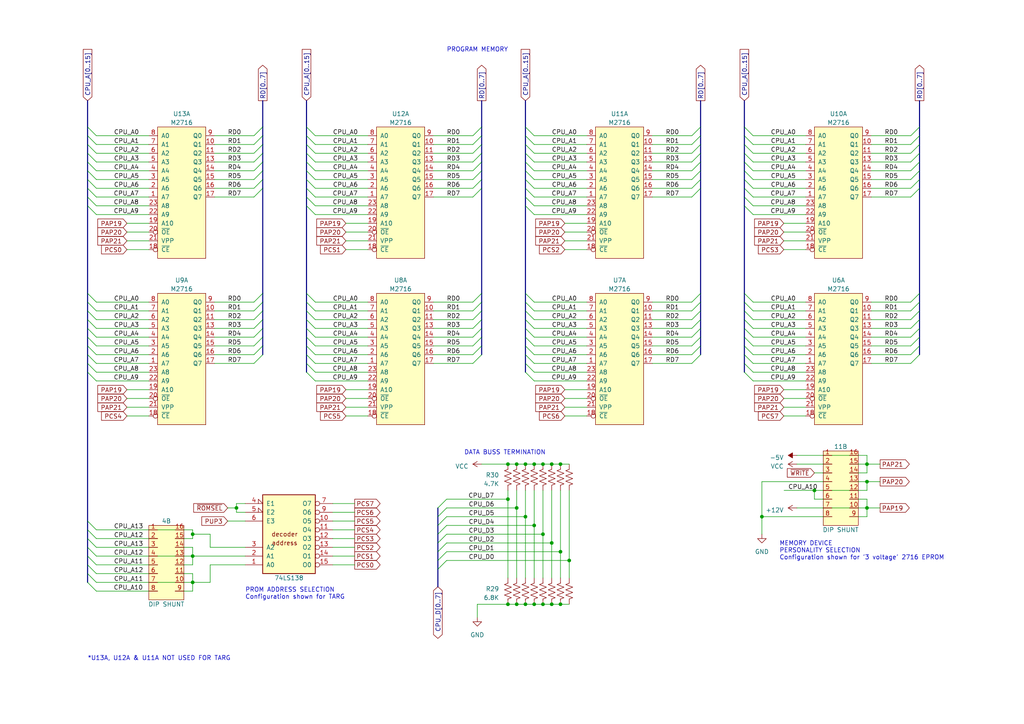
<source format=kicad_sch>
(kicad_sch (version 20231120) (generator "eeschema") (generator_version "8.0")
  (paper "A4")
  (title_block (title "Exidy Universal Game Board II") (company "Anton Gale") (comment 1 "6502 GAME LOGIC PCB") (comment 4 "CPU ROM"))
  (junction (at 154.94 152.4))
  (junction (at 251.46 147.32))
  (junction (at 236.22 142.24))
  (junction (at 162.56 175.26))
  (junction (at 160.02 157.48))
  (junction (at 165.1 162.56))
  (junction (at 147.32 175.26))
  (junction (at 149.86 134.62))
  (junction (at 157.48 175.26))
  (junction (at 147.32 144.78))
  (junction (at 162.56 134.62))
  (junction (at 152.4 134.62))
  (junction (at 160.02 175.26))
  (junction (at 55.88 154.94))
  (junction (at 147.32 134.62))
  (junction (at 149.86 147.32))
  (junction (at 55.88 161.29))
  (junction (at 149.86 175.26))
  (junction (at 157.48 134.62))
  (junction (at 55.88 168.91))
  (junction (at 154.94 134.62))
  (junction (at 152.4 149.86))
  (junction (at 160.02 134.62))
  (junction (at 154.94 175.26))
  (junction (at 152.4 175.26))
  (junction (at 162.56 160.02))
  (junction (at 251.46 134.62))
  (junction (at 157.48 154.94))
  (junction (at 220.98 149.86))
  (junction (at 251.46 139.7))
  (junction (at 68.58 147.32))
  (bus_entry (at 139.7 87.63) (size -2.54 2.54))
  (bus_entry (at 25.4 166.37) (size 2.54 2.54))
  (bus_entry (at 76.2 87.63) (size -2.54 2.54))
  (bus_entry (at 88.9 87.63) (size 2.54 2.54))
  (bus_entry (at 215.9 59.69) (size 2.54 2.54))
  (bus_entry (at 266.7 100.33) (size -2.54 2.54))
  (bus_entry (at 139.7 90.17) (size -2.54 2.54))
  (bus_entry (at 139.7 54.61) (size -2.54 2.54))
  (bus_entry (at 88.9 39.37) (size 2.54 2.54))
  (bus_entry (at 88.9 92.71) (size 2.54 2.54))
  (bus_entry (at 88.9 100.33) (size 2.54 2.54))
  (bus_entry (at 152.4 105.41) (size 2.54 2.54))
  (bus_entry (at 203.2 44.45) (size -2.54 2.54))
  (bus_entry (at 127 152.4) (size 2.54 -2.54))
  (bus_entry (at 215.9 95.25) (size 2.54 2.54))
  (bus_entry (at 266.7 95.25) (size -2.54 2.54))
  (bus_entry (at 203.2 95.25) (size -2.54 2.54))
  (bus_entry (at 266.7 39.37) (size -2.54 2.54))
  (bus_entry (at 266.7 54.61) (size -2.54 2.54))
  (bus_entry (at 88.9 36.83) (size 2.54 2.54))
  (bus_entry (at 203.2 46.99) (size -2.54 2.54))
  (bus_entry (at 203.2 100.33) (size -2.54 2.54))
  (bus_entry (at 76.2 97.79) (size -2.54 2.54))
  (bus_entry (at 25.4 36.83) (size 2.54 2.54))
  (bus_entry (at 88.9 95.25) (size 2.54 2.54))
  (bus_entry (at 203.2 87.63) (size -2.54 2.54))
  (bus_entry (at 152.4 49.53) (size 2.54 2.54))
  (bus_entry (at 127 149.86) (size 2.54 -2.54))
  (bus_entry (at 203.2 52.07) (size -2.54 2.54))
  (bus_entry (at 127 162.56) (size 2.54 -2.54))
  (bus_entry (at 139.7 95.25) (size -2.54 2.54))
  (bus_entry (at 25.4 85.09) (size 2.54 2.54))
  (bus_entry (at 25.4 100.33) (size 2.54 2.54))
  (bus_entry (at 266.7 41.91) (size -2.54 2.54))
  (bus_entry (at 25.4 105.41) (size 2.54 2.54))
  (bus_entry (at 215.9 44.45) (size 2.54 2.54))
  (bus_entry (at 25.4 87.63) (size 2.54 2.54))
  (bus_entry (at 266.7 92.71) (size -2.54 2.54))
  (bus_entry (at 25.4 151.13) (size 2.54 2.54))
  (bus_entry (at 203.2 54.61) (size -2.54 2.54))
  (bus_entry (at 76.2 44.45) (size -2.54 2.54))
  (bus_entry (at 215.9 102.87) (size 2.54 2.54))
  (bus_entry (at 88.9 52.07) (size 2.54 2.54))
  (bus_entry (at 25.4 102.87) (size 2.54 2.54))
  (bus_entry (at 152.4 102.87) (size 2.54 2.54))
  (bus_entry (at 215.9 57.15) (size 2.54 2.54))
  (bus_entry (at 76.2 95.25) (size -2.54 2.54))
  (bus_entry (at 266.7 52.07) (size -2.54 2.54))
  (bus_entry (at 139.7 92.71) (size -2.54 2.54))
  (bus_entry (at 88.9 102.87) (size 2.54 2.54))
  (bus_entry (at 215.9 36.83) (size 2.54 2.54))
  (bus_entry (at 152.4 97.79) (size 2.54 2.54))
  (bus_entry (at 88.9 105.41) (size 2.54 2.54))
  (bus_entry (at 76.2 92.71) (size -2.54 2.54))
  (bus_entry (at 203.2 90.17) (size -2.54 2.54))
  (bus_entry (at 25.4 168.91) (size 2.54 2.54))
  (bus_entry (at 152.4 41.91) (size 2.54 2.54))
  (bus_entry (at 88.9 59.69) (size 2.54 2.54))
  (bus_entry (at 203.2 85.09) (size -2.54 2.54))
  (bus_entry (at 139.7 39.37) (size -2.54 2.54))
  (bus_entry (at 76.2 100.33) (size -2.54 2.54))
  (bus_entry (at 203.2 102.87) (size -2.54 2.54))
  (bus_entry (at 88.9 85.09) (size 2.54 2.54))
  (bus_entry (at 215.9 49.53) (size 2.54 2.54))
  (bus_entry (at 127 154.94) (size 2.54 -2.54))
  (bus_entry (at 139.7 46.99) (size -2.54 2.54))
  (bus_entry (at 139.7 44.45) (size -2.54 2.54))
  (bus_entry (at 152.4 36.83) (size 2.54 2.54))
  (bus_entry (at 215.9 52.07) (size 2.54 2.54))
  (bus_entry (at 127 157.48) (size 2.54 -2.54))
  (bus_entry (at 25.4 54.61) (size 2.54 2.54))
  (bus_entry (at 25.4 107.95) (size 2.54 2.54))
  (bus_entry (at 25.4 92.71) (size 2.54 2.54))
  (bus_entry (at 152.4 39.37) (size 2.54 2.54))
  (bus_entry (at 139.7 49.53) (size -2.54 2.54))
  (bus_entry (at 152.4 95.25) (size 2.54 2.54))
  (bus_entry (at 88.9 46.99) (size 2.54 2.54))
  (bus_entry (at 266.7 90.17) (size -2.54 2.54))
  (bus_entry (at 139.7 52.07) (size -2.54 2.54))
  (bus_entry (at 139.7 36.83) (size -2.54 2.54))
  (bus_entry (at 127 160.02) (size 2.54 -2.54))
  (bus_entry (at 139.7 97.79) (size -2.54 2.54))
  (bus_entry (at 152.4 54.61) (size 2.54 2.54))
  (bus_entry (at 203.2 39.37) (size -2.54 2.54))
  (bus_entry (at 152.4 57.15) (size 2.54 2.54))
  (bus_entry (at 127 147.32) (size 2.54 -2.54))
  (bus_entry (at 215.9 87.63) (size 2.54 2.54))
  (bus_entry (at 215.9 92.71) (size 2.54 2.54))
  (bus_entry (at 25.4 52.07) (size 2.54 2.54))
  (bus_entry (at 203.2 97.79) (size -2.54 2.54))
  (bus_entry (at 25.4 90.17) (size 2.54 2.54))
  (bus_entry (at 152.4 87.63) (size 2.54 2.54))
  (bus_entry (at 215.9 85.09) (size 2.54 2.54))
  (bus_entry (at 266.7 102.87) (size -2.54 2.54))
  (bus_entry (at 139.7 100.33) (size -2.54 2.54))
  (bus_entry (at 127 165.1) (size 2.54 -2.54))
  (bus_entry (at 152.4 44.45) (size 2.54 2.54))
  (bus_entry (at 152.4 85.09) (size 2.54 2.54))
  (bus_entry (at 152.4 107.95) (size 2.54 2.54))
  (bus_entry (at 88.9 107.95) (size 2.54 2.54))
  (bus_entry (at 152.4 90.17) (size 2.54 2.54))
  (bus_entry (at 25.4 95.25) (size 2.54 2.54))
  (bus_entry (at 139.7 85.09) (size -2.54 2.54))
  (bus_entry (at 266.7 46.99) (size -2.54 2.54))
  (bus_entry (at 266.7 36.83) (size -2.54 2.54))
  (bus_entry (at 203.2 92.71) (size -2.54 2.54))
  (bus_entry (at 152.4 59.69) (size 2.54 2.54))
  (bus_entry (at 152.4 52.07) (size 2.54 2.54))
  (bus_entry (at 152.4 100.33) (size 2.54 2.54))
  (bus_entry (at 88.9 44.45) (size 2.54 2.54))
  (bus_entry (at 215.9 46.99) (size 2.54 2.54))
  (bus_entry (at 139.7 102.87) (size -2.54 2.54))
  (bus_entry (at 215.9 90.17) (size 2.54 2.54))
  (bus_entry (at 25.4 39.37) (size 2.54 2.54))
  (bus_entry (at 152.4 46.99) (size 2.54 2.54))
  (bus_entry (at 25.4 41.91) (size 2.54 2.54))
  (bus_entry (at 25.4 97.79) (size 2.54 2.54))
  (bus_entry (at 76.2 41.91) (size -2.54 2.54))
  (bus_entry (at 76.2 39.37) (size -2.54 2.54))
  (bus_entry (at 25.4 158.75) (size 2.54 2.54))
  (bus_entry (at 215.9 100.33) (size 2.54 2.54))
  (bus_entry (at 25.4 156.21) (size 2.54 2.54))
  (bus_entry (at 215.9 107.95) (size 2.54 2.54))
  (bus_entry (at 266.7 97.79) (size -2.54 2.54))
  (bus_entry (at 203.2 49.53) (size -2.54 2.54))
  (bus_entry (at 25.4 59.69) (size 2.54 2.54))
  (bus_entry (at 76.2 102.87) (size -2.54 2.54))
  (bus_entry (at 25.4 46.99) (size 2.54 2.54))
  (bus_entry (at 152.4 92.71) (size 2.54 2.54))
  (bus_entry (at 88.9 41.91) (size 2.54 2.54))
  (bus_entry (at 215.9 39.37) (size 2.54 2.54))
  (bus_entry (at 25.4 49.53) (size 2.54 2.54))
  (bus_entry (at 25.4 44.45) (size 2.54 2.54))
  (bus_entry (at 215.9 105.41) (size 2.54 2.54))
  (bus_entry (at 266.7 44.45) (size -2.54 2.54))
  (bus_entry (at 215.9 54.61) (size 2.54 2.54))
  (bus_entry (at 88.9 97.79) (size 2.54 2.54))
  (bus_entry (at 266.7 85.09) (size -2.54 2.54))
  (bus_entry (at 76.2 49.53) (size -2.54 2.54))
  (bus_entry (at 139.7 41.91) (size -2.54 2.54))
  (bus_entry (at 76.2 90.17) (size -2.54 2.54))
  (bus_entry (at 88.9 54.61) (size 2.54 2.54))
  (bus_entry (at 215.9 97.79) (size 2.54 2.54))
  (bus_entry (at 215.9 41.91) (size 2.54 2.54))
  (bus_entry (at 266.7 49.53) (size -2.54 2.54))
  (bus_entry (at 76.2 46.99) (size -2.54 2.54))
  (bus_entry (at 25.4 57.15) (size 2.54 2.54))
  (bus_entry (at 25.4 153.67) (size 2.54 2.54))
  (bus_entry (at 76.2 85.09) (size -2.54 2.54))
  (bus_entry (at 203.2 41.91) (size -2.54 2.54))
  (bus_entry (at 88.9 90.17) (size 2.54 2.54))
  (bus_entry (at 25.4 161.29) (size 2.54 2.54))
  (bus_entry (at 203.2 36.83) (size -2.54 2.54))
  (bus_entry (at 88.9 57.15) (size 2.54 2.54))
  (bus_entry (at 25.4 163.83) (size 2.54 2.54))
  (bus_entry (at 76.2 36.83) (size -2.54 2.54))
  (bus_entry (at 76.2 54.61) (size -2.54 2.54))
  (bus_entry (at 88.9 49.53) (size 2.54 2.54))
  (bus_entry (at 76.2 52.07) (size -2.54 2.54))
  (bus_entry (at 266.7 87.63) (size -2.54 2.54))
  (wire (pts (xy 154.94 95.25) (xy 170.18 95.25)))
  (wire (pts (xy 125.73 39.37) (xy 137.16 39.37)))
  (bus (pts (xy 88.9 87.63) (xy 88.9 90.17)))
  (bus (pts (xy 88.9 36.83) (xy 88.9 39.37)))
  (bus (pts (xy 203.2 85.09) (xy 203.2 87.63)))
  (wire (pts (xy 248.92 147.32) (xy 251.46 147.32)))
  (wire (pts (xy 227.33 118.11) (xy 233.68 118.11)))
  (bus (pts (xy 139.7 92.71) (xy 139.7 95.25)))
  (wire (pts (xy 157.48 175.26) (xy 154.94 175.26)))
  (wire (pts (xy 231.14 134.62) (xy 238.76 134.62)))
  (wire (pts (xy 27.94 49.53) (xy 43.18 49.53)))
  (bus (pts (xy 139.7 52.07) (xy 139.7 54.61)))
  (bus (pts (xy 152.4 59.69) (xy 152.4 85.09)))
  (bus (pts (xy 88.9 44.45) (xy 88.9 46.99)))
  (wire (pts (xy 152.4 149.86) (xy 152.4 167.64)))
  (wire (pts (xy 149.86 142.24) (xy 149.86 147.32)))
  (wire (pts (xy 91.44 95.25) (xy 106.68 95.25)))
  (wire (pts (xy 154.94 152.4) (xy 154.94 167.64)))
  (bus (pts (xy 88.9 52.07) (xy 88.9 54.61)))
  (bus (pts (xy 88.9 57.15) (xy 88.9 59.69)))
  (wire (pts (xy 60.96 168.91) (xy 60.96 163.83)))
  (wire (pts (xy 100.33 72.39) (xy 106.68 72.39)))
  (wire (pts (xy 251.46 132.08) (xy 251.46 134.62)))
  (bus (pts (xy 25.4 92.71) (xy 25.4 95.25)))
  (bus (pts (xy 152.4 57.15) (xy 152.4 59.69)))
  (wire (pts (xy 62.23 39.37) (xy 73.66 39.37)))
  (wire (pts (xy 251.46 147.32) (xy 255.27 147.32)))
  (wire (pts (xy 154.94 44.45) (xy 170.18 44.45)))
  (wire (pts (xy 154.94 39.37) (xy 170.18 39.37)))
  (bus (pts (xy 152.4 102.87) (xy 152.4 105.41)))
  (wire (pts (xy 125.73 49.53) (xy 137.16 49.53)))
  (wire (pts (xy 27.94 92.71) (xy 43.18 92.71)))
  (bus (pts (xy 266.7 95.25) (xy 266.7 97.79)))
  (wire (pts (xy 218.44 95.25) (xy 233.68 95.25)))
  (wire (pts (xy 129.54 154.94) (xy 157.48 154.94)))
  (wire (pts (xy 218.44 87.63) (xy 233.68 87.63)))
  (wire (pts (xy 36.83 64.77) (xy 43.18 64.77)))
  (wire (pts (xy 100.33 115.57) (xy 106.68 115.57)))
  (bus (pts (xy 88.9 29.21) (xy 88.9 36.83)))
  (bus (pts (xy 76.2 85.09) (xy 76.2 87.63)))
  (wire (pts (xy 36.83 120.65) (xy 43.18 120.65)))
  (bus (pts (xy 25.4 97.79) (xy 25.4 100.33)))
  (wire (pts (xy 27.94 59.69) (xy 43.18 59.69)))
  (wire (pts (xy 252.73 39.37) (xy 264.16 39.37)))
  (bus (pts (xy 139.7 36.83) (xy 139.7 39.37)))
  (wire (pts (xy 189.23 95.25) (xy 200.66 95.25)))
  (wire (pts (xy 189.23 41.91) (xy 200.66 41.91)))
  (wire (pts (xy 220.98 139.7) (xy 220.98 149.86)))
  (bus (pts (xy 88.9 54.61) (xy 88.9 57.15)))
  (wire (pts (xy 27.94 107.95) (xy 43.18 107.95)))
  (wire (pts (xy 66.04 147.32) (xy 68.58 147.32)))
  (wire (pts (xy 236.22 142.24) (xy 236.22 144.78)))
  (bus (pts (xy 139.7 29.21) (xy 139.7 36.83)))
  (wire (pts (xy 252.73 44.45) (xy 264.16 44.45)))
  (bus (pts (xy 127 160.02) (xy 127 157.48)))
  (bus (pts (xy 88.9 39.37) (xy 88.9 41.91)))
  (wire (pts (xy 91.44 46.99) (xy 106.68 46.99)))
  (wire (pts (xy 102.87 153.67) (xy 96.52 153.67)))
  (wire (pts (xy 252.73 102.87) (xy 264.16 102.87)))
  (bus (pts (xy 215.9 29.21) (xy 215.9 36.83)))
  (bus (pts (xy 25.4 100.33) (xy 25.4 102.87)))
  (wire (pts (xy 154.94 49.53) (xy 170.18 49.53)))
  (wire (pts (xy 252.73 49.53) (xy 264.16 49.53)))
  (wire (pts (xy 189.23 44.45) (xy 200.66 44.45)))
  (wire (pts (xy 218.44 97.79) (xy 233.68 97.79)))
  (bus (pts (xy 215.9 100.33) (xy 215.9 102.87)))
  (wire (pts (xy 27.94 156.21) (xy 43.18 156.21)))
  (bus (pts (xy 152.4 46.99) (xy 152.4 49.53)))
  (bus (pts (xy 266.7 44.45) (xy 266.7 46.99)))
  (wire (pts (xy 231.14 147.32) (xy 238.76 147.32)))
  (wire (pts (xy 189.23 87.63) (xy 200.66 87.63)))
  (wire (pts (xy 45.72 161.29) (xy 50.8 161.29)))
  (bus (pts (xy 203.2 97.79) (xy 203.2 100.33)))
  (bus (pts (xy 266.7 49.53) (xy 266.7 52.07)))
  (wire (pts (xy 27.94 110.49) (xy 43.18 110.49)))
  (wire (pts (xy 149.86 175.26) (xy 147.32 175.26)))
  (bus (pts (xy 152.4 44.45) (xy 152.4 46.99)))
  (wire (pts (xy 227.4022 142.24) (xy 236.22 142.24)))
  (wire (pts (xy 154.94 100.33) (xy 170.18 100.33)))
  (wire (pts (xy 218.44 105.41) (xy 233.68 105.41)))
  (wire (pts (xy 27.94 44.45) (xy 43.18 44.45)))
  (wire (pts (xy 162.56 160.02) (xy 162.56 142.24)))
  (bus (pts (xy 203.2 95.25) (xy 203.2 97.79)))
  (bus (pts (xy 152.4 90.17) (xy 152.4 92.71)))
  (bus (pts (xy 215.9 92.71) (xy 215.9 95.25)))
  (bus (pts (xy 139.7 41.91) (xy 139.7 44.45)))
  (bus (pts (xy 203.2 87.63) (xy 203.2 90.17)))
  (wire (pts (xy 248.92 144.78) (xy 251.46 144.78)))
  (wire (pts (xy 154.94 87.63) (xy 170.18 87.63)))
  (bus (pts (xy 25.4 57.15) (xy 25.4 59.69)))
  (wire (pts (xy 189.23 100.33) (xy 200.66 100.33)))
  (wire (pts (xy 91.44 105.41) (xy 106.68 105.41)))
  (bus (pts (xy 139.7 100.33) (xy 139.7 102.87)))
  (bus (pts (xy 203.2 52.07) (xy 203.2 54.61)))
  (wire (pts (xy 62.23 102.87) (xy 73.66 102.87)))
  (bus (pts (xy 266.7 97.79) (xy 266.7 100.33)))
  (wire (pts (xy 238.76 139.7) (xy 220.98 139.7)))
  (wire (pts (xy 102.87 161.29) (xy 96.52 161.29)))
  (wire (pts (xy 218.44 49.53) (xy 233.68 49.53)))
  (bus (pts (xy 152.4 54.61) (xy 152.4 57.15)))
  (wire (pts (xy 68.58 146.05) (xy 68.58 147.32)))
  (wire (pts (xy 100.33 120.65) (xy 106.68 120.65)))
  (bus (pts (xy 266.7 100.33) (xy 266.7 102.87)))
  (wire (pts (xy 160.02 157.48) (xy 160.02 142.24)))
  (bus (pts (xy 25.4 95.25) (xy 25.4 97.79)))
  (bus (pts (xy 215.9 90.17) (xy 215.9 92.71)))
  (bus (pts (xy 25.4 41.91) (xy 25.4 44.45)))
  (bus (pts (xy 25.4 107.95) (xy 25.4 151.13)))
  (wire (pts (xy 154.94 105.41) (xy 170.18 105.41)))
  (wire (pts (xy 91.44 102.87) (xy 106.68 102.87)))
  (bus (pts (xy 152.4 39.37) (xy 152.4 41.91)))
  (wire (pts (xy 91.44 92.71) (xy 106.68 92.71)))
  (wire (pts (xy 154.94 46.99) (xy 170.18 46.99)))
  (bus (pts (xy 266.7 39.37) (xy 266.7 41.91)))
  (wire (pts (xy 27.94 87.63) (xy 43.18 87.63)))
  (bus (pts (xy 152.4 105.41) (xy 152.4 107.95)))
  (wire (pts (xy 62.23 57.15) (xy 73.66 57.15)))
  (bus (pts (xy 88.9 85.09) (xy 88.9 87.63)))
  (bus (pts (xy 25.4 102.87) (xy 25.4 105.41)))
  (wire (pts (xy 218.44 54.61) (xy 233.68 54.61)))
  (wire (pts (xy 129.54 162.56) (xy 165.1 162.56)))
  (bus (pts (xy 76.2 54.61) (xy 76.2 85.09)))
  (wire (pts (xy 27.94 90.17) (xy 43.18 90.17)))
  (wire (pts (xy 27.94 166.37) (xy 43.18 166.37)))
  (wire (pts (xy 162.56 175.26) (xy 160.02 175.26)))
  (bus (pts (xy 215.9 52.07) (xy 215.9 54.61)))
  (wire (pts (xy 147.32 142.24) (xy 147.32 144.78)))
  (bus (pts (xy 215.9 57.15) (xy 215.9 59.69)))
  (bus (pts (xy 215.9 102.87) (xy 215.9 105.41)))
  (bus (pts (xy 88.9 102.87) (xy 88.9 105.41)))
  (bus (pts (xy 203.2 92.71) (xy 203.2 95.25)))
  (wire (pts (xy 252.73 54.61) (xy 264.16 54.61)))
  (wire (pts (xy 53.34 171.45) (xy 55.88 171.45)))
  (wire (pts (xy 27.94 39.37) (xy 43.18 39.37)))
  (bus (pts (xy 266.7 36.83) (xy 266.7 39.37)))
  (wire (pts (xy 100.33 64.77) (xy 106.68 64.77)))
  (wire (pts (xy 189.23 92.71) (xy 200.66 92.71)))
  (wire (pts (xy 218.44 46.99) (xy 233.68 46.99)))
  (wire (pts (xy 218.44 107.95) (xy 233.68 107.95)))
  (bus (pts (xy 25.4 90.17) (xy 25.4 92.71)))
  (wire (pts (xy 62.23 41.91) (xy 73.66 41.91)))
  (wire (pts (xy 189.23 102.87) (xy 200.66 102.87)))
  (bus (pts (xy 25.4 166.37) (xy 25.4 168.91)))
  (bus (pts (xy 25.4 163.83) (xy 25.4 166.37)))
  (bus (pts (xy 25.4 105.41) (xy 25.4 107.95)))
  (wire (pts (xy 220.98 149.86) (xy 220.98 154.94)))
  (wire (pts (xy 53.34 168.91) (xy 55.88 168.91)))
  (wire (pts (xy 189.23 52.07) (xy 200.66 52.07)))
  (wire (pts (xy 62.23 90.17) (xy 73.66 90.17)))
  (bus (pts (xy 215.9 46.99) (xy 215.9 49.53)))
  (wire (pts (xy 227.33 113.03) (xy 233.68 113.03)))
  (wire (pts (xy 91.44 54.61) (xy 106.68 54.61)))
  (bus (pts (xy 152.4 95.25) (xy 152.4 97.79)))
  (wire (pts (xy 252.73 46.99) (xy 264.16 46.99)))
  (wire (pts (xy 251.46 139.7) (xy 251.46 142.24)))
  (wire (pts (xy 154.94 57.15) (xy 170.18 57.15)))
  (bus (pts (xy 25.4 46.99) (xy 25.4 49.53)))
  (wire (pts (xy 138.43 175.26) (xy 138.43 179.07)))
  (wire (pts (xy 91.44 87.63) (xy 106.68 87.63)))
  (wire (pts (xy 53.34 153.67) (xy 55.88 153.67)))
  (bus (pts (xy 25.4 156.21) (xy 25.4 158.75)))
  (bus (pts (xy 152.4 36.83) (xy 152.4 39.37)))
  (wire (pts (xy 227.33 72.39) (xy 233.68 72.39)))
  (bus (pts (xy 25.4 59.69) (xy 25.4 85.09)))
  (wire (pts (xy 91.44 59.69) (xy 106.68 59.69)))
  (bus (pts (xy 215.9 39.37) (xy 215.9 41.91)))
  (bus (pts (xy 88.9 100.33) (xy 88.9 102.87)))
  (wire (pts (xy 251.46 134.62) (xy 255.27 134.62)))
  (wire (pts (xy 220.98 149.86) (xy 238.76 149.86)))
  (wire (pts (xy 55.88 154.94) (xy 55.88 156.21)))
  (bus (pts (xy 88.9 41.91) (xy 88.9 44.45)))
  (bus (pts (xy 203.2 90.17) (xy 203.2 92.71)))
  (wire (pts (xy 125.73 102.87) (xy 137.16 102.87)))
  (wire (pts (xy 27.94 171.45) (xy 43.18 171.45)))
  (wire (pts (xy 27.94 158.75) (xy 43.18 158.75)))
  (wire (pts (xy 27.94 62.23) (xy 43.18 62.23)))
  (bus (pts (xy 127 152.4) (xy 127 149.86)))
  (wire (pts (xy 154.94 97.79) (xy 170.18 97.79)))
  (wire (pts (xy 91.44 49.53) (xy 106.68 49.53)))
  (wire (pts (xy 163.83 120.65) (xy 170.18 120.65)))
  (wire (pts (xy 55.88 171.45) (xy 55.88 168.91)))
  (wire (pts (xy 252.73 90.17) (xy 264.16 90.17)))
  (wire (pts (xy 71.12 146.05) (xy 68.58 146.05)))
  (bus (pts (xy 76.2 46.99) (xy 76.2 49.53)))
  (wire (pts (xy 91.44 41.91) (xy 106.68 41.91)))
  (wire (pts (xy 218.44 92.71) (xy 233.68 92.71)))
  (wire (pts (xy 189.23 46.99) (xy 200.66 46.99)))
  (bus (pts (xy 152.4 85.09) (xy 152.4 87.63)))
  (wire (pts (xy 36.83 67.31) (xy 43.18 67.31)))
  (wire (pts (xy 62.23 49.53) (xy 73.66 49.53)))
  (wire (pts (xy 27.94 97.79) (xy 43.18 97.79)))
  (wire (pts (xy 241.3 142.24) (xy 246.38 142.24)))
  (wire (pts (xy 125.73 97.79) (xy 137.16 97.79)))
  (wire (pts (xy 62.23 105.41) (xy 73.66 105.41)))
  (wire (pts (xy 189.23 90.17) (xy 200.66 90.17)))
  (wire (pts (xy 165.1 162.56) (xy 165.1 167.64)))
  (bus (pts (xy 127 154.94) (xy 127 152.4)))
  (bus (pts (xy 88.9 95.25) (xy 88.9 97.79)))
  (wire (pts (xy 62.23 52.07) (xy 73.66 52.07)))
  (wire (pts (xy 129.54 144.78) (xy 147.32 144.78)))
  (wire (pts (xy 248.92 137.16) (xy 251.46 137.16)))
  (wire (pts (xy 227.33 64.77) (xy 233.68 64.77)))
  (wire (pts (xy 27.94 95.25) (xy 43.18 95.25)))
  (bus (pts (xy 25.4 87.63) (xy 25.4 90.17)))
  (wire (pts (xy 55.88 161.29) (xy 55.88 158.75)))
  (wire (pts (xy 27.94 153.67) (xy 43.18 153.67)))
  (wire (pts (xy 154.94 41.91) (xy 170.18 41.91)))
  (bus (pts (xy 215.9 95.25) (xy 215.9 97.79)))
  (wire (pts (xy 149.86 147.32) (xy 149.86 167.64)))
  (wire (pts (xy 125.73 54.61) (xy 137.16 54.61)))
  (bus (pts (xy 25.4 54.61) (xy 25.4 57.15)))
  (wire (pts (xy 218.44 62.23) (xy 233.68 62.23)))
  (wire (pts (xy 162.56 160.02) (xy 162.56 167.64)))
  (bus (pts (xy 203.2 44.45) (xy 203.2 46.99)))
  (wire (pts (xy 163.83 118.11) (xy 170.18 118.11)))
  (wire (pts (xy 91.44 62.23) (xy 106.68 62.23)))
  (wire (pts (xy 125.73 105.41) (xy 137.16 105.41)))
  (wire (pts (xy 252.73 41.91) (xy 264.16 41.91)))
  (wire (pts (xy 218.44 52.07) (xy 233.68 52.07)))
  (wire (pts (xy 189.23 49.53) (xy 200.66 49.53)))
  (wire (pts (xy 62.23 95.25) (xy 73.66 95.25)))
  (bus (pts (xy 203.2 46.99) (xy 203.2 49.53)))
  (bus (pts (xy 203.2 100.33) (xy 203.2 102.87)))
  (bus (pts (xy 25.4 49.53) (xy 25.4 52.07)))
  (wire (pts (xy 36.83 72.39) (xy 43.18 72.39)))
  (wire (pts (xy 154.94 175.26) (xy 152.4 175.26)))
  (wire (pts (xy 125.73 52.07) (xy 137.16 52.07)))
  (wire (pts (xy 248.92 134.62) (xy 251.46 134.62)))
  (wire (pts (xy 251.46 134.62) (xy 251.46 137.16)))
  (wire (pts (xy 149.86 134.62) (xy 152.4 134.62)))
  (bus (pts (xy 88.9 46.99) (xy 88.9 49.53)))
  (wire (pts (xy 252.73 52.07) (xy 264.16 52.07)))
  (bus (pts (xy 139.7 87.63) (xy 139.7 90.17)))
  (bus (pts (xy 25.4 52.07) (xy 25.4 54.61)))
  (wire (pts (xy 163.83 64.77) (xy 170.18 64.77)))
  (wire (pts (xy 163.83 72.39) (xy 170.18 72.39)))
  (wire (pts (xy 60.96 154.94) (xy 55.88 154.94)))
  (wire (pts (xy 102.87 163.83) (xy 96.52 163.83)))
  (wire (pts (xy 27.94 105.41) (xy 43.18 105.41)))
  (bus (pts (xy 127 157.48) (xy 127 154.94)))
  (bus (pts (xy 76.2 95.25) (xy 76.2 97.79)))
  (bus (pts (xy 25.4 161.29) (xy 25.4 163.83)))
  (wire (pts (xy 36.83 118.11) (xy 43.18 118.11)))
  (wire (pts (xy 236.22 142.24) (xy 238.76 142.24)))
  (bus (pts (xy 215.9 105.41) (xy 215.9 107.95)))
  (wire (pts (xy 27.94 52.07) (xy 43.18 52.07)))
  (wire (pts (xy 71.12 158.75) (xy 60.96 158.75)))
  (wire (pts (xy 36.83 69.85) (xy 43.18 69.85)))
  (bus (pts (xy 76.2 39.37) (xy 76.2 41.91)))
  (bus (pts (xy 215.9 97.79) (xy 215.9 100.33)))
  (bus (pts (xy 215.9 36.83) (xy 215.9 39.37)))
  (wire (pts (xy 252.73 57.15) (xy 264.16 57.15)))
  (wire (pts (xy 55.88 168.91) (xy 55.88 166.37)))
  (wire (pts (xy 125.73 41.91) (xy 137.16 41.91)))
  (bus (pts (xy 76.2 41.91) (xy 76.2 44.45)))
  (bus (pts (xy 266.7 41.91) (xy 266.7 44.45)))
  (bus (pts (xy 88.9 59.69) (xy 88.9 85.09)))
  (bus (pts (xy 88.9 97.79) (xy 88.9 100.33)))
  (wire (pts (xy 154.94 134.62) (xy 157.48 134.62)))
  (wire (pts (xy 154.94 102.87) (xy 170.18 102.87)))
  (wire (pts (xy 68.58 147.32) (xy 68.58 148.59)))
  (wire (pts (xy 36.83 115.57) (xy 43.18 115.57)))
  (bus (pts (xy 25.4 44.45) (xy 25.4 46.99)))
  (wire (pts (xy 252.73 105.41) (xy 264.16 105.41)))
  (wire (pts (xy 36.83 113.03) (xy 43.18 113.03)))
  (wire (pts (xy 165.1 175.26) (xy 162.56 175.26)))
  (bus (pts (xy 215.9 41.91) (xy 215.9 44.45)))
  (bus (pts (xy 25.4 85.09) (xy 25.4 87.63)))
  (bus (pts (xy 76.2 97.79) (xy 76.2 100.33)))
  (wire (pts (xy 147.32 134.62) (xy 149.86 134.62)))
  (bus (pts (xy 139.7 97.79) (xy 139.7 100.33)))
  (wire (pts (xy 251.46 139.7) (xy 255.27 139.7)))
  (wire (pts (xy 154.94 110.49) (xy 170.18 110.49)))
  (wire (pts (xy 152.4 175.26) (xy 149.86 175.26)))
  (wire (pts (xy 55.88 163.83) (xy 55.88 161.29)))
  (wire (pts (xy 102.87 151.13) (xy 96.52 151.13)))
  (wire (pts (xy 62.23 87.63) (xy 73.66 87.63)))
  (wire (pts (xy 100.33 69.85) (xy 106.68 69.85)))
  (wire (pts (xy 62.23 54.61) (xy 73.66 54.61)))
  (bus (pts (xy 266.7 85.09) (xy 266.7 87.63)))
  (wire (pts (xy 163.83 67.31) (xy 170.18 67.31)))
  (bus (pts (xy 139.7 49.53) (xy 139.7 52.07)))
  (bus (pts (xy 139.7 39.37) (xy 139.7 41.91)))
  (bus (pts (xy 203.2 39.37) (xy 203.2 41.91)))
  (wire (pts (xy 53.34 161.29) (xy 55.88 161.29)))
  (bus (pts (xy 152.4 52.07) (xy 152.4 54.61)))
  (wire (pts (xy 154.94 90.17) (xy 170.18 90.17)))
  (wire (pts (xy 162.56 134.62) (xy 165.1 134.62)))
  (bus (pts (xy 152.4 97.79) (xy 152.4 100.33)))
  (bus (pts (xy 215.9 87.63) (xy 215.9 90.17)))
  (wire (pts (xy 189.23 97.79) (xy 200.66 97.79)))
  (bus (pts (xy 203.2 29.21) (xy 203.2 36.83)))
  (wire (pts (xy 147.32 144.78) (xy 147.32 167.64)))
  (wire (pts (xy 251.46 144.78) (xy 251.46 147.32)))
  (wire (pts (xy 218.44 59.69) (xy 233.68 59.69)))
  (wire (pts (xy 68.58 148.59) (xy 71.12 148.59)))
  (wire (pts (xy 241.3 132.08) (xy 246.38 132.08)))
  (wire (pts (xy 252.73 95.25) (xy 264.16 95.25)))
  (bus (pts (xy 127 162.56) (xy 127 160.02)))
  (wire (pts (xy 218.44 100.33) (xy 233.68 100.33)))
  (bus (pts (xy 25.4 29.21) (xy 25.4 36.83)))
  (wire (pts (xy 27.94 54.61) (xy 43.18 54.61)))
  (wire (pts (xy 154.94 107.95) (xy 170.18 107.95)))
  (wire (pts (xy 154.94 54.61) (xy 170.18 54.61)))
  (bus (pts (xy 139.7 85.09) (xy 139.7 87.63)))
  (bus (pts (xy 266.7 46.99) (xy 266.7 49.53)))
  (wire (pts (xy 163.83 69.85) (xy 170.18 69.85)))
  (wire (pts (xy 45.72 153.67) (xy 50.8 153.67)))
  (bus (pts (xy 152.4 29.21) (xy 152.4 36.83)))
  (wire (pts (xy 157.48 134.62) (xy 160.02 134.62)))
  (wire (pts (xy 55.88 168.91) (xy 60.96 168.91)))
  (wire (pts (xy 91.44 110.49) (xy 106.68 110.49)))
  (wire (pts (xy 231.14 132.08) (xy 238.76 132.08)))
  (bus (pts (xy 139.7 46.99) (xy 139.7 49.53)))
  (wire (pts (xy 189.23 39.37) (xy 200.66 39.37)))
  (wire (pts (xy 91.44 57.15) (xy 106.68 57.15)))
  (wire (pts (xy 241.3 147.32) (xy 246.38 147.32)))
  (bus (pts (xy 152.4 92.71) (xy 152.4 95.25)))
  (wire (pts (xy 125.73 46.99) (xy 137.16 46.99)))
  (wire (pts (xy 62.23 44.45) (xy 73.66 44.45)))
  (wire (pts (xy 27.94 41.91) (xy 43.18 41.91)))
  (wire (pts (xy 55.88 153.67) (xy 55.88 154.94)))
  (wire (pts (xy 125.73 87.63) (xy 137.16 87.63)))
  (wire (pts (xy 165.1 162.56) (xy 165.1 142.24)))
  (wire (pts (xy 252.73 92.71) (xy 264.16 92.71)))
  (bus (pts (xy 152.4 100.33) (xy 152.4 102.87)))
  (bus (pts (xy 215.9 49.53) (xy 215.9 52.07)))
  (wire (pts (xy 91.44 100.33) (xy 106.68 100.33)))
  (wire (pts (xy 62.23 46.99) (xy 73.66 46.99)))
  (wire (pts (xy 45.72 168.91) (xy 50.8 168.91)))
  (wire (pts (xy 139.7 134.62) (xy 147.32 134.62)))
  (wire (pts (xy 252.73 97.79) (xy 264.16 97.79)))
  (wire (pts (xy 189.23 105.41) (xy 200.66 105.41)))
  (bus (pts (xy 266.7 92.71) (xy 266.7 95.25)))
  (bus (pts (xy 215.9 44.45) (xy 215.9 46.99)))
  (wire (pts (xy 53.34 156.21) (xy 55.88 156.21)))
  (bus (pts (xy 266.7 87.63) (xy 266.7 90.17)))
  (wire (pts (xy 27.94 163.83) (xy 43.18 163.83)))
  (wire (pts (xy 53.34 166.37) (xy 55.88 166.37)))
  (bus (pts (xy 76.2 92.71) (xy 76.2 95.25)))
  (wire (pts (xy 125.73 95.25) (xy 137.16 95.25)))
  (bus (pts (xy 88.9 92.71) (xy 88.9 95.25)))
  (wire (pts (xy 154.94 52.07) (xy 170.18 52.07)))
  (wire (pts (xy 129.54 147.32) (xy 149.86 147.32)))
  (wire (pts (xy 160.02 134.62) (xy 162.56 134.62)))
  (bus (pts (xy 203.2 54.61) (xy 203.2 85.09)))
  (bus (pts (xy 203.2 49.53) (xy 203.2 52.07)))
  (bus (pts (xy 76.2 90.17) (xy 76.2 92.71)))
  (wire (pts (xy 189.23 57.15) (xy 200.66 57.15)))
  (wire (pts (xy 227.33 120.65) (xy 233.68 120.65)))
  (wire (pts (xy 102.87 146.05) (xy 96.52 146.05)))
  (wire (pts (xy 218.44 44.45) (xy 233.68 44.45)))
  (wire (pts (xy 227.33 67.31) (xy 233.68 67.31)))
  (bus (pts (xy 266.7 90.17) (xy 266.7 92.71)))
  (wire (pts (xy 252.73 100.33) (xy 264.16 100.33)))
  (bus (pts (xy 25.4 158.75) (xy 25.4 161.29)))
  (wire (pts (xy 27.94 161.29) (xy 43.18 161.29)))
  (bus (pts (xy 25.4 151.13) (xy 25.4 153.67)))
  (wire (pts (xy 91.44 44.45) (xy 106.68 44.45)))
  (bus (pts (xy 76.2 100.33) (xy 76.2 102.87)))
  (wire (pts (xy 62.23 97.79) (xy 73.66 97.79)))
  (bus (pts (xy 215.9 54.61) (xy 215.9 57.15)))
  (wire (pts (xy 91.44 90.17) (xy 106.68 90.17)))
  (wire (pts (xy 129.54 152.4) (xy 154.94 152.4)))
  (wire (pts (xy 189.23 54.61) (xy 200.66 54.61)))
  (wire (pts (xy 102.87 158.75) (xy 96.52 158.75)))
  (bus (pts (xy 139.7 90.17) (xy 139.7 92.71)))
  (bus (pts (xy 25.4 153.67) (xy 25.4 156.21)))
  (wire (pts (xy 62.23 100.33) (xy 73.66 100.33)))
  (bus (pts (xy 266.7 52.07) (xy 266.7 54.61)))
  (wire (pts (xy 218.44 102.87) (xy 233.68 102.87)))
  (wire (pts (xy 91.44 39.37) (xy 106.68 39.37)))
  (bus (pts (xy 76.2 87.63) (xy 76.2 90.17)))
  (wire (pts (xy 157.48 154.94) (xy 157.48 142.24)))
  (wire (pts (xy 27.94 57.15) (xy 43.18 57.15)))
  (wire (pts (xy 218.44 110.49) (xy 233.68 110.49)))
  (wire (pts (xy 100.33 67.31) (xy 106.68 67.31)))
  (wire (pts (xy 160.02 175.26) (xy 157.48 175.26)))
  (bus (pts (xy 127 149.86) (xy 127 147.32)))
  (wire (pts (xy 129.54 160.02) (xy 162.56 160.02)))
  (bus (pts (xy 127 170.18) (xy 127 165.1)))
  (wire (pts (xy 60.96 158.75) (xy 60.96 154.94)))
  (wire (pts (xy 27.94 168.91) (xy 43.18 168.91)))
  (bus (pts (xy 139.7 44.45) (xy 139.7 46.99)))
  (wire (pts (xy 218.44 41.91) (xy 233.68 41.91)))
  (wire (pts (xy 55.88 161.29) (xy 71.12 161.29)))
  (wire (pts (xy 252.73 87.63) (xy 264.16 87.63)))
  (bus (pts (xy 203.2 36.83) (xy 203.2 39.37)))
  (wire (pts (xy 129.54 157.48) (xy 160.02 157.48)))
  (bus (pts (xy 76.2 52.07) (xy 76.2 54.61)))
  (wire (pts (xy 227.33 69.85) (xy 233.68 69.85)))
  (bus (pts (xy 88.9 90.17) (xy 88.9 92.71)))
  (bus (pts (xy 215.9 59.69) (xy 215.9 85.09)))
  (bus (pts (xy 203.2 41.91) (xy 203.2 44.45)))
  (wire (pts (xy 251.46 139.7) (xy 248.92 139.7)))
  (wire (pts (xy 154.94 152.4) (xy 154.94 142.24)))
  (wire (pts (xy 53.34 158.75) (xy 55.88 158.75)))
  (wire (pts (xy 102.87 156.21) (xy 96.52 156.21)))
  (bus (pts (xy 25.4 39.37) (xy 25.4 41.91)))
  (wire (pts (xy 125.73 44.45) (xy 137.16 44.45)))
  (bus (pts (xy 139.7 95.25) (xy 139.7 97.79)))
  (wire (pts (xy 27.94 46.99) (xy 43.18 46.99)))
  (wire (pts (xy 251.46 147.32) (xy 251.46 149.86)))
  (bus (pts (xy 152.4 41.91) (xy 152.4 44.45)))
  (wire (pts (xy 125.73 92.71) (xy 137.16 92.71)))
  (wire (pts (xy 236.22 144.78) (xy 238.76 144.78)))
  (bus (pts (xy 139.7 54.61) (xy 139.7 85.09)))
  (wire (pts (xy 91.44 97.79) (xy 106.68 97.79)))
  (wire (pts (xy 100.33 118.11) (xy 106.68 118.11)))
  (wire (pts (xy 154.94 92.71) (xy 170.18 92.71)))
  (wire (pts (xy 60.96 163.83) (xy 71.12 163.83)))
  (wire (pts (xy 100.33 113.03) (xy 106.68 113.03)))
  (wire (pts (xy 248.92 149.86) (xy 251.46 149.86)))
  (wire (pts (xy 53.34 163.83) (xy 55.88 163.83)))
  (bus (pts (xy 88.9 105.41) (xy 88.9 107.95)))
  (bus (pts (xy 76.2 29.21) (xy 76.2 36.83)))
  (wire (pts (xy 154.94 59.69) (xy 170.18 59.69)))
  (wire (pts (xy 248.92 142.24) (xy 251.46 142.24)))
  (wire (pts (xy 227.33 115.57) (xy 233.68 115.57)))
  (wire (pts (xy 160.02 157.48) (xy 160.02 167.64)))
  (bus (pts (xy 266.7 54.61) (xy 266.7 85.09)))
  (bus (pts (xy 152.4 49.53) (xy 152.4 52.07)))
  (wire (pts (xy 163.83 113.03) (xy 170.18 113.03)))
  (bus (pts (xy 152.4 87.63) (xy 152.4 90.17)))
  (wire (pts (xy 27.94 100.33) (xy 43.18 100.33)))
  (bus (pts (xy 25.4 36.83) (xy 25.4 39.37)))
  (bus (pts (xy 266.7 29.21) (xy 266.7 36.83)))
  (bus (pts (xy 76.2 44.45) (xy 76.2 46.99)))
  (wire (pts (xy 91.44 107.95) (xy 106.68 107.95)))
  (bus (pts (xy 76.2 49.53) (xy 76.2 52.07)))
  (wire (pts (xy 152.4 134.62) (xy 154.94 134.62)))
  (wire (pts (xy 147.32 175.26) (xy 138.43 175.26)))
  (wire (pts (xy 218.44 90.17) (xy 233.68 90.17)))
  (wire (pts (xy 157.48 154.94) (xy 157.48 167.64)))
  (bus (pts (xy 127 165.1) (xy 127 162.56)))
  (wire (pts (xy 152.4 149.86) (xy 152.4 142.24)))
  (wire (pts (xy 66.04 151.13) (xy 71.12 151.13)))
  (wire (pts (xy 125.73 90.17) (xy 137.16 90.17)))
  (wire (pts (xy 154.94 62.23) (xy 170.18 62.23)))
  (bus (pts (xy 76.2 36.83) (xy 76.2 39.37)))
  (wire (pts (xy 27.94 102.87) (xy 43.18 102.87)))
  (wire (pts (xy 102.87 148.59) (xy 96.52 148.59)))
  (wire (pts (xy 163.83 115.57) (xy 170.18 115.57)))
  (bus (pts (xy 215.9 85.09) (xy 215.9 87.63)))
  (wire (pts (xy 218.44 57.15) (xy 233.68 57.15)))
  (wire (pts (xy 91.44 52.07) (xy 106.68 52.07)))
  (wire (pts (xy 236.22 137.16) (xy 238.76 137.16)))
  (bus (pts (xy 88.9 49.53) (xy 88.9 52.07)))
  (wire (pts (xy 125.73 57.15) (xy 137.16 57.15)))
  (wire (pts (xy 218.44 39.37) (xy 233.68 39.37)))
  (wire (pts (xy 125.73 100.33) (xy 137.16 100.33)))
  (wire (pts (xy 129.54 149.86) (xy 152.4 149.86)))
  (wire (pts (xy 248.92 132.08) (xy 251.46 132.08)))
  (wire (pts (xy 62.23 92.71) (xy 73.66 92.71)))
  (text "PROM ADDRESS SELECTION\nConfiguration shown for TARG" (at 71.12 173.99 0) (effects (font (size 1.27 1.27)) (justify left bottom)))
  (text "PROGRAM MEMORY" (at 129.54 15.24 0) (effects (font (size 1.27 1.27)) (justify left bottom)))
  (text "MEMORY DEVICE \nPERSONALITY SELECTION\nConfiguration shown for '3 voltage' 2716 EPROM" (at 226.06 162.56 0) (effects (font (size 1.27 1.27)) (justify left bottom)))
  (text "*U13A, U12A & U11A NOT USED FOR TARG" (at 25.4 191.77 0) (effects (font (size 1.27 1.27)) (justify left bottom)))
  (text "DATA BUSS TERMINATION" (at 134.62 132.08 0) (effects (font (size 1.27 1.27)) (justify left bottom)))
  (label "CPU_A2" (at 223.52 44.45 0))
  (label "CPU_A6" (at 223.52 54.61 0))
  (label "CPU_A3" (at 160.02 95.25 0))
  (label "CPU_A12" (at 33.02 166.37 0))
  (label "RD2" (at 256.54 44.45 0))
  (label "RD6" (at 66.04 54.61 0))
  (label "CPU_A7" (at 159.9478 105.41 0))
  (label "RD3" (at 193.04 95.25 0))
  (label "CPU_D1" (at 135.89 160.02 0))
  (label "RD2" (at 193.04 44.45 0))
  (label "CPU_D5" (at 135.89 149.86 0))
  (label "CPU_A2" (at 223.52 92.71 0))
  (label "CPU_A8" (at 96.4478 59.69 0))
  (label "CPU_D0" (at 135.89 162.56 0))
  (label "CPU_A4" (at 160.02 49.53 0))
  (label "CPU_A1" (at 223.52 90.17 0))
  (label "CPU_A4" (at 223.52 49.53 0))
  (label "CPU_A10" (at 32.9478 171.45 0))
  (label "RD6" (at 256.54 54.61 0))
  (label "CPU_A9" (at 96.4478 110.49 0))
  (label "CPU_A5" (at 223.52 52.07 0))
  (label "CPU_A3" (at 96.52 95.25 0))
  (label "RD5" (at 129.54 52.07 0))
  (label "CPU_A0" (at 33.02 87.63 0))
  (label "CPU_A6" (at 33.02 54.61 0))
  (label "RD5" (at 66.04 52.07 0))
  (label "RD7" (at 256.54 57.15 0))
  (label "CPU_A7" (at 32.9478 105.41 0))
  (label "CPU_A2" (at 33.02 44.45 0))
  (label "RD2" (at 193.04 92.71 0))
  (label "CPU_D6" (at 135.89 147.32 0))
  (label "CPU_A6" (at 223.52 102.87 0))
  (label "CPU_A2" (at 160.02 92.71 0))
  (label "CPU_A3" (at 33.02 46.99 0))
  (label "CPU_A0" (at 96.52 39.37 0))
  (label "CPU_A5" (at 160.02 52.07 0))
  (label "CPU_D7" (at 135.8178 144.78 0))
  (label "CPU_A7" (at 96.4478 57.15 0))
  (label "RD7" (at 129.54 57.15 0))
  (label "RD5" (at 256.54 100.33 0))
  (label "CPU_A8" (at 223.4478 107.95 0))
  (label "RD1" (at 66.04 90.17 0))
  (label "RD3" (at 129.54 95.25 0))
  (label "RD2" (at 129.54 92.71 0))
  (label "CPU_A4" (at 96.52 49.53 0))
  (label "CPU_A6" (at 33.02 102.87 0))
  (label "CPU_A2" (at 96.52 92.71 0))
  (label "RD0" (at 193.04 87.63 0))
  (label "RD3" (at 256.54 95.25 0))
  (label "CPU_A1" (at 33.02 90.17 0))
  (label "CPU_A6" (at 160.02 54.61 0))
  (label "RD7" (at 256.54 105.41 0))
  (label "CPU_A8" (at 159.9478 107.95 0))
  (label "CPU_A4" (at 223.52 97.79 0))
  (label "CPU_A13" (at 33.02 158.75 0))
  (label "CPU_A9" (at 32.9478 110.49 0))
  (label "RD2" (at 256.54 92.71 0))
  (label "RD5" (at 129.54 100.33 0))
  (label "CPU_A7" (at 159.9478 57.15 0))
  (label "CPU_A2" (at 96.52 44.45 0))
  (label "RD2" (at 66.04 92.71 0))
  (label "RD7" (at 66.04 105.41 0))
  (label "RD0" (at 256.54 39.37 0))
  (label "CPU_A9" (at 223.4478 62.23 0))
  (label "CPU_A8" (at 96.4478 107.95 0))
  (label "RD6" (at 256.54 102.87 0))
  (label "CPU_A0" (at 160.02 39.37 0))
  (label "CPU_A7" (at 32.9478 57.15 0))
  (label "CPU_A5" (at 96.52 100.33 0))
  (label "CPU_A3" (at 223.52 46.99 0))
  (label "RD2" (at 129.54 44.45 0))
  (label "RD6" (at 193.04 54.61 0))
  (label "CPU_A9" (at 159.9478 62.23 0))
  (label "CPU_A6" (at 96.52 102.87 0))
  (label "CPU_A7" (at 96.4478 105.41 0))
  (label "CPU_A2" (at 160.02 44.45 0))
  (label "CPU_A5" (at 33.02 52.07 0))
  (label "RD1" (at 193.04 41.91 0))
  (label "RD6" (at 193.04 102.87 0))
  (label "CPU_A3" (at 33.02 95.25 0))
  (label "RD4" (at 66.04 97.79 0))
  (label "RD5" (at 66.04 100.33 0))
  (label "CPU_A8" (at 223.4478 59.69 0))
  (label "CPU_A9" (at 159.9478 110.49 0))
  (label "CPU_A8" (at 32.9478 107.95 0))
  (label "CPU_A10" (at 228.6 142.24 0))
  (label "RD4" (at 66.04 49.53 0))
  (label "CPU_A6" (at 160.02 102.87 0))
  (label "CPU_A11" (at 33.02 163.83 0))
  (label "CPU_A5" (at 160.02 100.33 0))
  (label "RD7" (at 193.04 57.15 0))
  (label "CPU_A12" (at 33.02 156.21 0))
  (label "CPU_A1" (at 96.52 41.91 0))
  (label "RD0" (at 193.04 39.37 0))
  (label "RD5" (at 193.04 52.07 0))
  (label "CPU_A5" (at 33.02 100.33 0))
  (label "CPU_A0" (at 223.52 87.63 0))
  (label "RD4" (at 256.54 49.53 0))
  (label "CPU_A3" (at 160.02 46.99 0))
  (label "CPU_A9" (at 96.4478 62.23 0))
  (label "RD0" (at 129.54 87.63 0))
  (label "CPU_A0" (at 160.02 87.63 0))
  (label "CPU_A0" (at 96.52 87.63 0))
  (label "CPU_D3" (at 135.89 154.94 0))
  (label "CPU_D2" (at 135.89 157.48 0))
  (label "CPU_A1" (at 160.02 90.17 0))
  (label "RD0" (at 256.54 87.63 0))
  (label "CPU_A3" (at 96.52 46.99 0))
  (label "RD4" (at 193.04 49.53 0))
  (label "RD7" (at 129.54 105.41 0))
  (label "RD1" (at 193.04 90.17 0))
  (label "CPU_A4" (at 96.52 97.79 0))
  (label "RD2" (at 66.04 44.45 0))
  (label "RD1" (at 129.54 90.17 0))
  (label "RD5" (at 193.04 100.33 0))
  (label "CPU_A1" (at 96.52 90.17 0))
  (label "RD1" (at 66.04 41.91 0))
  (label "CPU_A9" (at 223.4478 110.49 0))
  (label "RD1" (at 256.54 41.91 0))
  (label "RD4" (at 256.54 97.79 0))
  (label "RD0" (at 66.04 87.63 0))
  (label "RD3" (at 193.04 46.99 0))
  (label "CPU_A12" (at 33.02 161.29 0))
  (label "RD4" (at 129.54 97.79 0))
  (label "RD1" (at 129.54 41.91 0))
  (label "CPU_D4" (at 135.89 152.4 0))
  (label "RD4" (at 193.04 97.79 0))
  (label "RD1" (at 256.54 90.17 0))
  (label "CPU_A4" (at 160.02 97.79 0))
  (label "CPU_A4" (at 33.02 49.53 0))
  (label "RD0" (at 66.04 39.37 0))
  (label "CPU_A9" (at 32.9478 62.23 0))
  (label "CPU_A13" (at 33.02 153.67 0))
  (label "RD5" (at 256.54 52.07 0))
  (label "CPU_A8" (at 159.9478 59.69 0))
  (label "RD6" (at 129.54 54.61 0))
  (label "RD3" (at 256.54 46.99 0))
  (label "CPU_A7" (at 223.4478 57.15 0))
  (label "RD0" (at 129.54 39.37 0))
  (label "CPU_A2" (at 33.02 92.71 0))
  (label "RD4" (at 129.54 49.53 0))
  (label "CPU_A5" (at 223.52 100.33 0))
  (label "CPU_A1" (at 33.02 41.91 0))
  (label "CPU_A0" (at 223.52 39.37 0))
  (label "CPU_A8" (at 32.9478 59.69 0))
  (label "RD3" (at 129.54 46.99 0))
  (label "RD3" (at 66.04 46.99 0))
  (label "RD6" (at 129.54 102.87 0))
  (label "RD7" (at 193.04 105.41 0))
  (label "CPU_A11" (at 33.02 168.91 0))
  (label "RD3" (at 66.04 95.25 0))
  (label "CPU_A1" (at 223.52 41.91 0))
  (label "CPU_A5" (at 96.52 52.07 0))
  (label "CPU_A3" (at 223.52 95.25 0))
  (label "RD7" (at 66.04 57.15 0))
  (label "CPU_A1" (at 160.02 41.91 0))
  (label "RD6" (at 66.04 102.87 0))
  (label "CPU_A4" (at 33.02 97.79 0))
  (label "CPU_A0" (at 33.02 39.37 0))
  (label "CPU_A6" (at 96.52 54.61 0))
  (label "CPU_A7" (at 223.4478 105.41 0))
  (global_label "PAP19" (shape input) (at 36.83 64.77 180) (property "Intersheetrefs" "${INTERSHEET_REFS}" (effects (hide yes))))
  (global_label "PCS5" (shape output) (at 102.87 151.13 0) (property "Intersheetrefs" "${INTERSHEET_REFS}" (effects (hide yes))))
  (global_label "RD[0..7]" (shape output) (at 139.7 29.21 90) (property "Intersheetrefs" "${INTERSHEET_REFS}" (effects (hide yes))))
  (global_label "PAP21" (shape input) (at 36.83 69.85 180) (property "Intersheetrefs" "${INTERSHEET_REFS}" (effects (hide yes))))
  (global_label "PAP20" (shape input) (at 227.33 115.57 180) (property "Intersheetrefs" "${INTERSHEET_REFS}" (effects (hide yes))))
  (global_label "PAP20" (shape input) (at 36.83 115.57 180) (property "Intersheetrefs" "${INTERSHEET_REFS}" (effects (hide yes))))
  (global_label "CPU_A[0..15]" (shape input) (at 215.9 29.21 90) (property "Intersheetrefs" "${INTERSHEET_REFS}" (effects (hide yes))))
  (global_label "PAP20" (shape input) (at 163.83 115.57 180) (property "Intersheetrefs" "${INTERSHEET_REFS}" (effects (hide yes))))
  (global_label "PAP20" (shape output) (at 255.27 139.7 0) (property "Intersheetrefs" "${INTERSHEET_REFS}" (effects (hide yes))))
  (global_label "PCS3" (shape output) (at 102.87 156.21 0) (property "Intersheetrefs" "${INTERSHEET_REFS}" (effects (hide yes))))
  (global_label "RD[0..7]" (shape output) (at 266.7 29.21 90) (property "Intersheetrefs" "${INTERSHEET_REFS}" (effects (hide yes))))
  (global_label "PCS1" (shape input) (at 100.33 72.39 180) (property "Intersheetrefs" "${INTERSHEET_REFS}" (effects (hide yes))))
  (global_label "PCS2" (shape output) (at 102.87 158.75 0) (property "Intersheetrefs" "${INTERSHEET_REFS}" (effects (hide yes))))
  (global_label "~{ROMSEL}" (shape input) (at 66.04 147.32 180) (property "Intersheetrefs" "${INTERSHEET_REFS}" (effects (hide yes))))
  (global_label "PCS4" (shape output) (at 102.87 153.67 0) (property "Intersheetrefs" "${INTERSHEET_REFS}" (effects (hide yes))))
  (global_label "PAP19" (shape input) (at 163.83 64.77 180) (property "Intersheetrefs" "${INTERSHEET_REFS}" (effects (hide yes))))
  (global_label "PCS0" (shape input) (at 36.83 72.39 180) (property "Intersheetrefs" "${INTERSHEET_REFS}" (effects (hide yes))))
  (global_label "PCS4" (shape input) (at 36.83 120.65 180) (property "Intersheetrefs" "${INTERSHEET_REFS}" (effects (hide yes))))
  (global_label "PAP19" (shape input) (at 227.33 64.77 180) (property "Intersheetrefs" "${INTERSHEET_REFS}" (effects (hide yes))))
  (global_label "RD[0..7]" (shape output) (at 76.2 29.21 90) (property "Intersheetrefs" "${INTERSHEET_REFS}" (effects (hide yes))))
  (global_label "~{WRITE}" (shape input) (at 236.22 137.16 180) (property "Intersheetrefs" "${INTERSHEET_REFS}" (effects (hide yes))))
  (global_label "PAP19" (shape input) (at 100.33 113.03 180) (property "Intersheetrefs" "${INTERSHEET_REFS}" (effects (hide yes))))
  (global_label "CPU_A[0..15]" (shape input) (at 25.4 29.21 90) (property "Intersheetrefs" "${INTERSHEET_REFS}" (effects (hide yes))))
  (global_label "PAP19" (shape input) (at 163.83 113.03 180) (property "Intersheetrefs" "${INTERSHEET_REFS}" (effects (hide yes))))
  (global_label "PCS3" (shape input) (at 227.33 72.39 180) (property "Intersheetrefs" "${INTERSHEET_REFS}" (effects (hide yes))))
  (global_label "PAP21" (shape input) (at 100.33 69.85 180) (property "Intersheetrefs" "${INTERSHEET_REFS}" (effects (hide yes))))
  (global_label "PCS1" (shape output) (at 102.87 161.29 0) (property "Intersheetrefs" "${INTERSHEET_REFS}" (effects (hide yes))))
  (global_label "PAP21" (shape output) (at 255.27 134.62 0) (property "Intersheetrefs" "${INTERSHEET_REFS}" (effects (hide yes))))
  (global_label "PUP3" (shape input) (at 66.04 151.13 180) (property "Intersheetrefs" "${INTERSHEET_REFS}" (effects (hide yes))))
  (global_label "PAP21" (shape input) (at 227.33 69.85 180) (property "Intersheetrefs" "${INTERSHEET_REFS}" (effects (hide yes))))
  (global_label "PAP20" (shape input) (at 100.33 115.57 180) (property "Intersheetrefs" "${INTERSHEET_REFS}" (effects (hide yes))))
  (global_label "PCS6" (shape output) (at 102.87 148.59 0) (property "Intersheetrefs" "${INTERSHEET_REFS}" (effects (hide yes))))
  (global_label "PAP19" (shape input) (at 100.33 64.77 180) (property "Intersheetrefs" "${INTERSHEET_REFS}" (effects (hide yes))))
  (global_label "PAP21" (shape input) (at 163.83 69.85 180) (property "Intersheetrefs" "${INTERSHEET_REFS}" (effects (hide yes))))
  (global_label "PAP20" (shape input) (at 36.83 67.31 180) (property "Intersheetrefs" "${INTERSHEET_REFS}" (effects (hide yes))))
  (global_label "PCS2" (shape input) (at 163.83 72.39 180) (property "Intersheetrefs" "${INTERSHEET_REFS}" (effects (hide yes))))
  (global_label "PAP20" (shape input) (at 163.83 67.31 180) (property "Intersheetrefs" "${INTERSHEET_REFS}" (effects (hide yes))))
  (global_label "PAP20" (shape input) (at 227.33 67.31 180) (property "Intersheetrefs" "${INTERSHEET_REFS}" (effects (hide yes))))
  (global_label "PCS0" (shape output) (at 102.87 163.83 0) (property "Intersheetrefs" "${INTERSHEET_REFS}" (effects (hide yes))))
  (global_label "PCS7" (shape output) (at 102.87 146.05 0) (property "Intersheetrefs" "${INTERSHEET_REFS}" (effects (hide yes))))
  (global_label "PAP21" (shape input) (at 100.33 118.11 180) (property "Intersheetrefs" "${INTERSHEET_REFS}" (effects (hide yes))))
  (global_label "PCS6" (shape input) (at 163.83 120.65 180) (property "Intersheetrefs" "${INTERSHEET_REFS}" (effects (hide yes))))
  (global_label "PAP19" (shape output) (at 255.27 147.32 0) (property "Intersheetrefs" "${INTERSHEET_REFS}" (effects (hide yes))))
  (global_label "PAP21" (shape input) (at 227.33 118.11 180) (property "Intersheetrefs" "${INTERSHEET_REFS}" (effects (hide yes))))
  (global_label "CPU_A[0..15]" (shape input) (at 88.9 29.21 90) (property "Intersheetrefs" "${INTERSHEET_REFS}" (effects (hide yes))))
  (global_label "CPU_D[0..7]" (shape bidirectional) (at 127 170.18 270) (property "Intersheetrefs" "${INTERSHEET_REFS}" (effects (hide yes))))
  (global_label "PAP20" (shape input) (at 100.33 67.31 180) (property "Intersheetrefs" "${INTERSHEET_REFS}" (effects (hide yes))))
  (global_label "PCS5" (shape input) (at 100.33 120.65 180) (property "Intersheetrefs" "${INTERSHEET_REFS}" (effects (hide yes))))
  (global_label "PAP19" (shape input) (at 36.83 113.03 180) (property "Intersheetrefs" "${INTERSHEET_REFS}" (effects (hide yes))))
  (global_label "PCS7" (shape input) (at 227.33 120.65 180) (property "Intersheetrefs" "${INTERSHEET_REFS}" (effects (hide yes))))
  (global_label "PAP21" (shape input) (at 163.83 118.11 180) (property "Intersheetrefs" "${INTERSHEET_REFS}" (effects (hide yes))))
  (global_label "CPU_A[0..15]" (shape input) (at 152.4 29.21 90) (property "Intersheetrefs" "${INTERSHEET_REFS}" (effects (hide yes))))
  (global_label "RD[0..7]" (shape output) (at 203.2 29.21 90) (property "Intersheetrefs" "${INTERSHEET_REFS}" (effects (hide yes))))
  (global_label "PAP19" (shape input) (at 227.33 113.03 180) (property "Intersheetrefs" "${INTERSHEET_REFS}" (effects (hide yes))))
  (global_label "PAP21" (shape input) (at 36.83 118.11 180) (property "Intersheetrefs" "${INTERSHEET_REFS}" (effects (hide yes))))
  (symbol (lib_id "arcade:M2716") (at 52.07 53.34 0) (unit 1)
    (property "Reference" "U13A" (at 52.705 33.02 0))
    (property "Value" "M2716" (at 52.705 35.56 0))
  )
  (symbol (lib_id "arcade:M2716") (at 115.57 53.34 0) (unit 1)
    (property "Reference" "U12A" (at 116.205 33.02 0))
    (property "Value" "M2716" (at 116.205 35.56 0))
  )
  (symbol (lib_id "arcade:M2716") (at 52.07 101.6 0) (unit 1)
    (property "Reference" "U9A" (at 52.705 81.28 0))
    (property "Value" "M2716" (at 52.705 83.82 0))
  )
  (symbol (lib_id "jt74:74LS138") (at 83.82 156.21 0) (mirror x) (unit 1)
    (property "Reference" "U5B" (effects (hide yes)))
    (property "Value" "74LS138" (at 83.82 167.64 0))
    (property "Datasheet" "http://www.ti.com/lit/gpn/sn74LS138" (effects (hide yes)))
  )
  (symbol (lib_id "Device:R_US") (at 160.02 138.43 0) (mirror y) (unit 1)
    (property "Reference" "R?" (effects (hide yes)))
    (property "Value" "R_US" (effects (hide yes)))
  )
  (symbol (lib_id "Device:R_US") (at 165.1 138.43 0) (mirror y) (unit 1)
    (property "Reference" "R?" (effects (hide yes)))
    (property "Value" "R_US" (effects (hide yes)))
  )
  (symbol (lib_id "Device:R_US") (at 152.4 138.43 0) (mirror y) (unit 1)
    (property "Reference" "R?" (effects (hide yes)))
    (property "Value" "R_US" (effects (hide yes)))
  )
  (symbol (lib_id "Device:R_US") (at 149.86 171.45 0) (mirror y) (unit 1)
    (property "Reference" "R?" (effects (hide yes)))
    (property "Value" "R_US" (effects (hide yes)))
  )
  (symbol (lib_id "Device:R_US") (at 147.32 171.45 0) (mirror y) (unit 1)
    (property "Reference" "R29" (at 144.78 170.815 0) (effects (justify left)))
    (property "Value" "6.8K" (at 144.78 173.355 0) (effects (justify left)))
  )
  (symbol (lib_id "jumper_2_open:DIP SHUNT") (at 243.84 132.08 0) (unit 1)
    (property "Reference" "11B" (at 243.84 129.54 0))
    (property "Value" "DIP SHUNT" (at 243.84 153.67 0))
  )
  (symbol (lib_id "arcade:M2716") (at 242.57 53.34 0) (unit 1)
    (property "Reference" "U10A" (at 243.205 33.02 0))
    (property "Value" "M2716" (at 243.205 35.56 0))
  )
  (symbol (lib_id "Device:R_US") (at 162.56 138.43 0) (mirror y) (unit 1)
    (property "Reference" "R?" (effects (hide yes)))
    (property "Value" "R_US" (effects (hide yes)))
  )
  (symbol (lib_id "power:GND") (at 138.43 179.07 0) (unit 1)
    (property "Reference" "#PWR045" (effects (hide yes)))
    (property "Value" "GND" (at 138.43 184.15 0))
  )
  (symbol (lib_id "Device:R_US") (at 165.1 171.45 0) (mirror y) (unit 1)
    (property "Reference" "R?" (effects (hide yes)))
    (property "Value" "R_US" (effects (hide yes)))
  )
  (symbol (lib_id "jumper_2_open:DIP SHUNT") (at 48.26 153.67 0) (unit 1)
    (property "Reference" "4B" (at 48.26 151.13 0))
    (property "Value" "DIP SHUNT" (at 48.26 175.26 0))
  )
  (symbol (lib_id "Device:R_US") (at 152.4 171.45 0) (mirror y) (unit 1)
    (property "Reference" "R?" (effects (hide yes)))
    (property "Value" "R_US" (effects (hide yes)))
  )
  (symbol (lib_id "power:VCC") (at 231.14 134.62 90) (unit 1)
    (property "Reference" "#PWR041" (effects (hide yes)))
    (property "Value" "VCC" (at 227.33 135.255 90) (effects (justify left)))
  )
  (symbol (lib_id "power:VCC") (at 139.7 134.62 90) (unit 1)
    (property "Reference" "#PWR044" (effects (hide yes)))
    (property "Value" "VCC" (at 135.89 135.255 90) (effects (justify left)))
  )
  (symbol (lib_id "power:-5V") (at 231.14 132.08 90) (unit 1)
    (property "Reference" "#PWR040" (effects (hide yes)))
    (property "Value" "-5V" (at 227.33 132.715 90) (effects (justify left)))
  )
  (symbol (lib_id "arcade:M2716") (at 115.57 101.6 0) (unit 1)
    (property "Reference" "U8A" (at 116.205 81.28 0))
    (property "Value" "M2716" (at 116.205 83.82 0))
  )
  (symbol (lib_id "power:+12V") (at 231.14 147.32 90) (unit 1)
    (property "Reference" "#PWR043" (effects (hide yes)))
    (property "Value" "+12V" (at 227.33 147.955 90) (effects (justify left)))
  )
  (symbol (lib_id "Device:R_US") (at 162.56 171.45 0) (mirror y) (unit 1)
    (property "Reference" "R?" (effects (hide yes)))
    (property "Value" "R_US" (effects (hide yes)))
  )
  (symbol (lib_id "Device:R_US") (at 157.48 171.45 0) (mirror y) (unit 1)
    (property "Reference" "R?" (effects (hide yes)))
    (property "Value" "R_US" (effects (hide yes)))
  )
  (symbol (lib_id "arcade:M2716") (at 179.07 101.6 0) (unit 1)
    (property "Reference" "U7A" (at 179.705 81.28 0))
    (property "Value" "M2716" (at 179.705 83.82 0))
  )
  (symbol (lib_id "Device:R_US") (at 149.86 138.43 0) (mirror y) (unit 1)
    (property "Reference" "R?" (effects (hide yes)))
    (property "Value" "R_US" (effects (hide yes)))
  )
  (symbol (lib_id "Device:R_US") (at 154.94 138.43 0) (mirror y) (unit 1)
    (property "Reference" "R?" (effects (hide yes)))
    (property "Value" "R_US" (effects (hide yes)))
  )
  (symbol (lib_id "arcade:M2716") (at 242.57 101.6 0) (unit 1)
    (property "Reference" "U6A" (at 243.205 81.28 0))
    (property "Value" "M2716" (at 243.205 83.82 0))
  )
  (symbol (lib_id "Device:R_US") (at 157.48 138.43 0) (mirror y) (unit 1)
    (property "Reference" "R?" (effects (hide yes)))
    (property "Value" "R_US" (effects (hide yes)))
  )
  (symbol (lib_id "arcade:M2716") (at 179.07 53.34 0) (unit 1)
    (property "Reference" "U11A" (at 179.705 33.02 0))
    (property "Value" "M2716" (at 179.705 35.56 0))
  )
  (symbol (lib_id "Device:R_US") (at 160.02 171.45 0) (mirror y) (unit 1)
    (property "Reference" "R?" (effects (hide yes)))
    (property "Value" "R_US" (effects (hide yes)))
  )
  (symbol (lib_id "Device:R_US") (at 154.94 171.45 0) (mirror y) (unit 1)
    (property "Reference" "R?" (effects (hide yes)))
    (property "Value" "R_US" (effects (hide yes)))
  )
  (symbol (lib_id "power:GND") (at 220.98 154.94 0) (unit 1)
    (property "Reference" "#PWR042" (effects (hide yes)))
    (property "Value" "GND" (at 220.98 160.02 0))
  )
  (symbol (lib_id "Device:R_US") (at 147.32 138.43 0) (mirror y) (unit 1)
    (property "Reference" "R30" (at 144.78 137.795 0) (effects (justify left)))
    (property "Value" "4.7K" (at 144.78 140.335 0) (effects (justify left)))
  )
)
</source>
